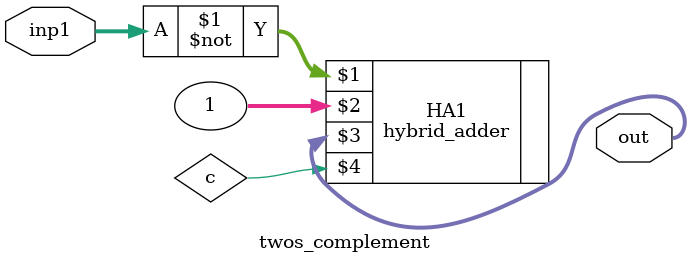
<source format=v>
`timescale 1ns / 1ps


module twos_complement(
    input [31:0] inp1,
    output [31:0] out
    );
	 
	 wire c;
	 hybrid_adder HA1(~inp1,32'd1,out,c);

endmodule

</source>
